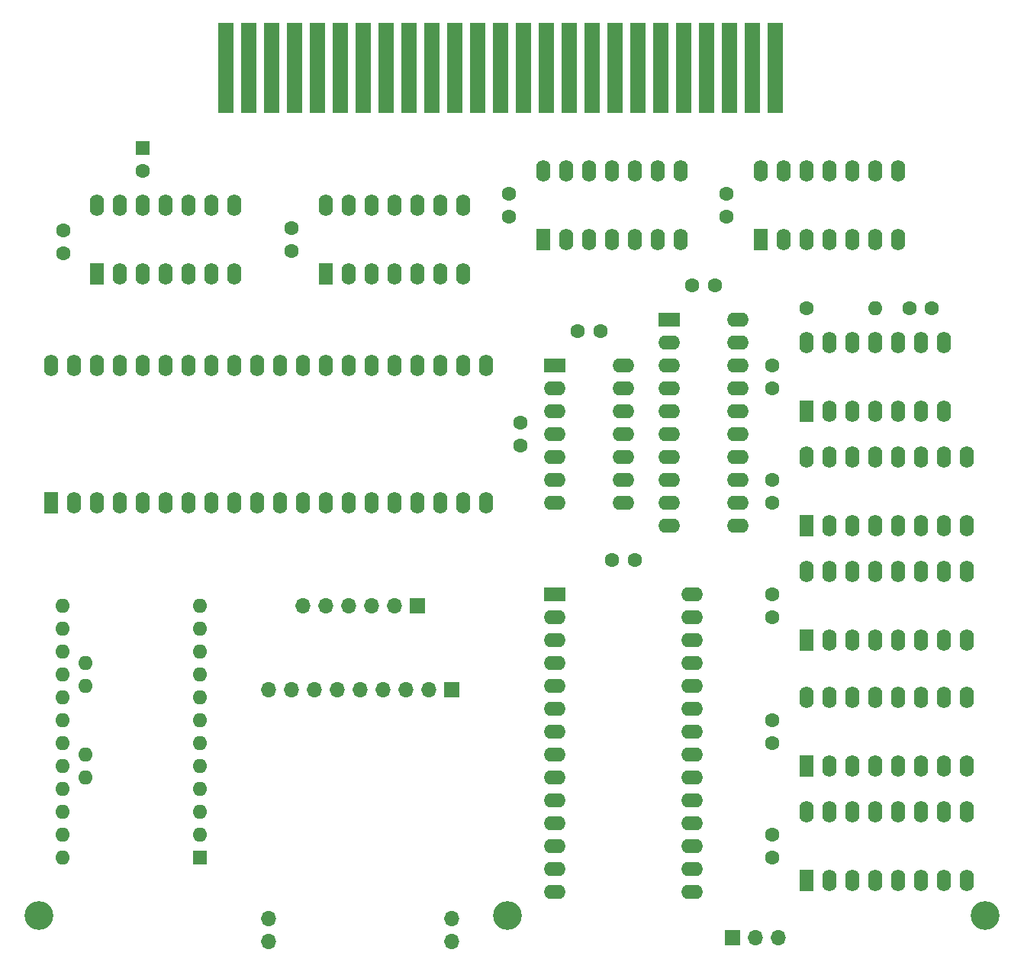
<source format=gbs>
G04 #@! TF.GenerationSoftware,KiCad,Pcbnew,(5.1.9)-1*
G04 #@! TF.CreationDate,2024-07-19T16:57:07+09:00*
G04 #@! TF.ProjectId,MZ-1500_SD,4d5a2d31-3530-4305-9f53-442e6b696361,rev?*
G04 #@! TF.SameCoordinates,PX4395450PY98005a8*
G04 #@! TF.FileFunction,Soldermask,Bot*
G04 #@! TF.FilePolarity,Negative*
%FSLAX46Y46*%
G04 Gerber Fmt 4.6, Leading zero omitted, Abs format (unit mm)*
G04 Created by KiCad (PCBNEW (5.1.9)-1) date 2024-07-19 16:57:07*
%MOMM*%
%LPD*%
G01*
G04 APERTURE LIST*
%ADD10C,3.200000*%
%ADD11C,1.600000*%
%ADD12R,1.700000X1.700000*%
%ADD13O,1.700000X1.700000*%
%ADD14R,1.600000X2.400000*%
%ADD15O,1.600000X2.400000*%
%ADD16O,2.400000X1.600000*%
%ADD17R,2.400000X1.600000*%
%ADD18R,1.600000X1.600000*%
%ADD19O,1.600000X1.600000*%
%ADD20R,1.780000X10.000000*%
G04 APERTURE END LIST*
D10*
X110000000Y5000000D03*
X5000000Y5000000D03*
X57000000Y5000000D03*
D11*
X7747000Y78526000D03*
X7747000Y81026000D03*
X33020000Y81280000D03*
X33020000Y78780000D03*
X57150000Y82590000D03*
X57150000Y85090000D03*
X81280000Y85090000D03*
X81280000Y82590000D03*
X64810000Y69850000D03*
X67310000Y69850000D03*
X58420000Y59690000D03*
X58420000Y57190000D03*
X68620000Y44450000D03*
X71120000Y44450000D03*
X80010000Y74930000D03*
X77510000Y74930000D03*
D12*
X46990000Y39370000D03*
D13*
X44450000Y39370000D03*
X41910000Y39370000D03*
X39370000Y39370000D03*
X36830000Y39370000D03*
X34290000Y39370000D03*
D12*
X81940000Y2590000D03*
D13*
X84480000Y2590000D03*
X87020000Y2590000D03*
D14*
X11430000Y76200000D03*
D15*
X26670000Y83820000D03*
X13970000Y76200000D03*
X24130000Y83820000D03*
X16510000Y76200000D03*
X21590000Y83820000D03*
X19050000Y76200000D03*
X19050000Y83820000D03*
X21590000Y76200000D03*
X16510000Y83820000D03*
X24130000Y76200000D03*
X13970000Y83820000D03*
X26670000Y76200000D03*
X11430000Y83820000D03*
D14*
X36830000Y76200000D03*
D15*
X52070000Y83820000D03*
X39370000Y76200000D03*
X49530000Y83820000D03*
X41910000Y76200000D03*
X46990000Y83820000D03*
X44450000Y76200000D03*
X44450000Y83820000D03*
X46990000Y76200000D03*
X41910000Y83820000D03*
X49530000Y76200000D03*
X39370000Y83820000D03*
X52070000Y76200000D03*
X36830000Y83820000D03*
D14*
X60960000Y80010000D03*
D15*
X76200000Y87630000D03*
X63500000Y80010000D03*
X73660000Y87630000D03*
X66040000Y80010000D03*
X71120000Y87630000D03*
X68580000Y80010000D03*
X68580000Y87630000D03*
X71120000Y80010000D03*
X66040000Y87630000D03*
X73660000Y80010000D03*
X63500000Y87630000D03*
X76200000Y80010000D03*
X60960000Y87630000D03*
X85090000Y87630000D03*
X100330000Y80010000D03*
X87630000Y87630000D03*
X97790000Y80010000D03*
X90170000Y87630000D03*
X95250000Y80010000D03*
X92710000Y87630000D03*
X92710000Y80010000D03*
X95250000Y87630000D03*
X90170000Y80010000D03*
X97790000Y87630000D03*
X87630000Y80010000D03*
X100330000Y87630000D03*
D14*
X85090000Y80010000D03*
D16*
X69850000Y66040000D03*
X62230000Y50800000D03*
X69850000Y63500000D03*
X62230000Y53340000D03*
X69850000Y60960000D03*
X62230000Y55880000D03*
X69850000Y58420000D03*
X62230000Y58420000D03*
X69850000Y55880000D03*
X62230000Y60960000D03*
X69850000Y53340000D03*
X62230000Y63500000D03*
X69850000Y50800000D03*
D17*
X62230000Y66040000D03*
D14*
X6350000Y50800000D03*
D15*
X54610000Y66040000D03*
X8890000Y50800000D03*
X52070000Y66040000D03*
X11430000Y50800000D03*
X49530000Y66040000D03*
X13970000Y50800000D03*
X46990000Y66040000D03*
X16510000Y50800000D03*
X44450000Y66040000D03*
X19050000Y50800000D03*
X41910000Y66040000D03*
X21590000Y50800000D03*
X39370000Y66040000D03*
X24130000Y50800000D03*
X36830000Y66040000D03*
X26670000Y50800000D03*
X34290000Y66040000D03*
X29210000Y50800000D03*
X31750000Y66040000D03*
X31750000Y50800000D03*
X29210000Y66040000D03*
X34290000Y50800000D03*
X26670000Y66040000D03*
X36830000Y50800000D03*
X24130000Y66040000D03*
X39370000Y50800000D03*
X21590000Y66040000D03*
X41910000Y50800000D03*
X19050000Y66040000D03*
X44450000Y50800000D03*
X16510000Y66040000D03*
X46990000Y50800000D03*
X13970000Y66040000D03*
X49530000Y50800000D03*
X11430000Y66040000D03*
X52070000Y50800000D03*
X8890000Y66040000D03*
X54610000Y50800000D03*
X6350000Y66040000D03*
D17*
X62230000Y40640000D03*
D16*
X77470000Y7620000D03*
X62230000Y38100000D03*
X77470000Y10160000D03*
X62230000Y35560000D03*
X77470000Y12700000D03*
X62230000Y33020000D03*
X77470000Y15240000D03*
X62230000Y30480000D03*
X77470000Y17780000D03*
X62230000Y27940000D03*
X77470000Y20320000D03*
X62230000Y25400000D03*
X77470000Y22860000D03*
X62230000Y22860000D03*
X77470000Y25400000D03*
X62230000Y20320000D03*
X77470000Y27940000D03*
X62230000Y17780000D03*
X77470000Y30480000D03*
X62230000Y15240000D03*
X77470000Y33020000D03*
X62230000Y12700000D03*
X77470000Y35560000D03*
X62230000Y10160000D03*
X77470000Y38100000D03*
X62230000Y7620000D03*
X77470000Y40640000D03*
D17*
X74930000Y71120000D03*
D16*
X82550000Y48260000D03*
X74930000Y68580000D03*
X82550000Y50800000D03*
X74930000Y66040000D03*
X82550000Y53340000D03*
X74930000Y63500000D03*
X82550000Y55880000D03*
X74930000Y60960000D03*
X82550000Y58420000D03*
X74930000Y58420000D03*
X82550000Y60960000D03*
X74930000Y55880000D03*
X82550000Y63500000D03*
X74930000Y53340000D03*
X82550000Y66040000D03*
X74930000Y50800000D03*
X82550000Y68580000D03*
X74930000Y48260000D03*
X82550000Y71120000D03*
D12*
X50800000Y30099000D03*
D13*
X48260000Y30099000D03*
X45720000Y30099000D03*
X43180000Y30099000D03*
X40640000Y30099000D03*
X38100000Y30099000D03*
X35560000Y30099000D03*
X33020000Y30099000D03*
X30480000Y30099000D03*
X30480000Y2159000D03*
X30480000Y4699000D03*
X50800000Y2159000D03*
X50800000Y4699000D03*
D18*
X22860000Y11430000D03*
D19*
X22860000Y13970000D03*
X22860000Y16510000D03*
X7620000Y39370000D03*
X22860000Y19050000D03*
X7620000Y36830000D03*
X22860000Y21590000D03*
X7620000Y34290000D03*
X22860000Y24130000D03*
X7620000Y31750000D03*
X22860000Y26670000D03*
X7620000Y29210000D03*
X22860000Y29210000D03*
X7620000Y26670000D03*
X22860000Y31750000D03*
X7620000Y24130000D03*
X22860000Y34290000D03*
X7620000Y21590000D03*
X22860000Y36830000D03*
X7620000Y19050000D03*
X22860000Y39370000D03*
X7620000Y16510000D03*
X7620000Y13970000D03*
X7620000Y11430000D03*
X10160000Y20320000D03*
X10160000Y22860000D03*
X10160000Y30480000D03*
X10160000Y33020000D03*
D18*
X16510000Y90170000D03*
D11*
X16510000Y87670000D03*
D20*
X25764000Y99060000D03*
X28304000Y99060000D03*
X30844000Y99060000D03*
X33384000Y99060000D03*
X35924000Y99060000D03*
X38464000Y99060000D03*
X41004000Y99060000D03*
X43544000Y99060000D03*
X46084000Y99060000D03*
X48624000Y99060000D03*
X51164000Y99060000D03*
X53704000Y99060000D03*
X56244000Y99060000D03*
X58784000Y99060000D03*
X61324000Y99060000D03*
X63864000Y99060000D03*
X66404000Y99060000D03*
X68944000Y99060000D03*
X71484000Y99060000D03*
X74024000Y99060000D03*
X76564000Y99060000D03*
X79104000Y99060000D03*
X81644000Y99060000D03*
X84184000Y99060000D03*
X86724000Y99060000D03*
D11*
X86360000Y66040000D03*
X86360000Y63540000D03*
X104100000Y72390000D03*
X101600000Y72390000D03*
X90170000Y72390000D03*
D19*
X97790000Y72390000D03*
D14*
X90170000Y60960000D03*
D15*
X105410000Y68580000D03*
X92710000Y60960000D03*
X102870000Y68580000D03*
X95250000Y60960000D03*
X100330000Y68580000D03*
X97790000Y60960000D03*
X97790000Y68580000D03*
X100330000Y60960000D03*
X95250000Y68580000D03*
X102870000Y60960000D03*
X92710000Y68580000D03*
X105410000Y60960000D03*
X90170000Y68580000D03*
D14*
X90170000Y48260000D03*
D15*
X107950000Y55880000D03*
X92710000Y48260000D03*
X105410000Y55880000D03*
X95250000Y48260000D03*
X102870000Y55880000D03*
X97790000Y48260000D03*
X100330000Y55880000D03*
X100330000Y48260000D03*
X97790000Y55880000D03*
X102870000Y48260000D03*
X95250000Y55880000D03*
X105410000Y48260000D03*
X92710000Y55880000D03*
X107950000Y48260000D03*
X90170000Y55880000D03*
X90170000Y43180000D03*
X107950000Y35560000D03*
X92710000Y43180000D03*
X105410000Y35560000D03*
X95250000Y43180000D03*
X102870000Y35560000D03*
X97790000Y43180000D03*
X100330000Y35560000D03*
X100330000Y43180000D03*
X97790000Y35560000D03*
X102870000Y43180000D03*
X95250000Y35560000D03*
X105410000Y43180000D03*
X92710000Y35560000D03*
X107950000Y43180000D03*
D14*
X90170000Y35560000D03*
X90170000Y21590000D03*
D15*
X107950000Y29210000D03*
X92710000Y21590000D03*
X105410000Y29210000D03*
X95250000Y21590000D03*
X102870000Y29210000D03*
X97790000Y21590000D03*
X100330000Y29210000D03*
X100330000Y21590000D03*
X97790000Y29210000D03*
X102870000Y21590000D03*
X95250000Y29210000D03*
X105410000Y21590000D03*
X92710000Y29210000D03*
X107950000Y21590000D03*
X90170000Y29210000D03*
X90170000Y16510000D03*
X107950000Y8890000D03*
X92710000Y16510000D03*
X105410000Y8890000D03*
X95250000Y16510000D03*
X102870000Y8890000D03*
X97790000Y16510000D03*
X100330000Y8890000D03*
X100330000Y16510000D03*
X97790000Y8890000D03*
X102870000Y16510000D03*
X95250000Y8890000D03*
X105410000Y16510000D03*
X92710000Y8890000D03*
X107950000Y16510000D03*
D14*
X90170000Y8890000D03*
D11*
X86360000Y50840000D03*
X86360000Y53340000D03*
X86360000Y40640000D03*
X86360000Y38140000D03*
X86360000Y24170000D03*
X86360000Y26670000D03*
X86360000Y13970000D03*
X86360000Y11470000D03*
M02*

</source>
